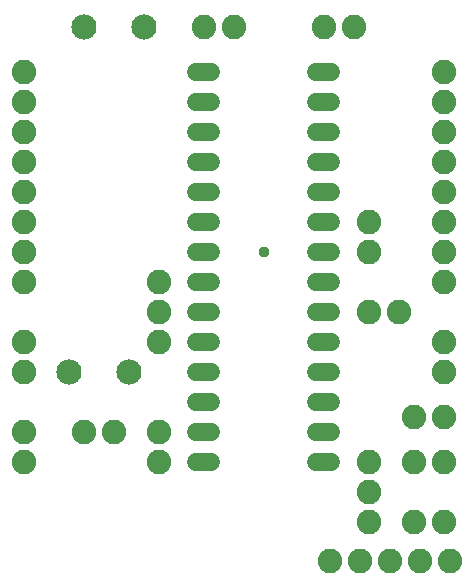
<source format=gbs>
G75*
%MOIN*%
%OFA0B0*%
%FSLAX25Y25*%
%IPPOS*%
%LPD*%
%AMOC8*
5,1,8,0,0,1.08239X$1,22.5*
%
%ADD10C,0.08200*%
%ADD11C,0.06000*%
%ADD12C,0.08400*%
%ADD13C,0.03778*%
D10*
X0009333Y0047275D03*
X0009333Y0057275D03*
X0009333Y0077275D03*
X0009333Y0087275D03*
X0009333Y0107275D03*
X0009333Y0117275D03*
X0009333Y0127275D03*
X0009333Y0137275D03*
X0009333Y0147275D03*
X0009333Y0157275D03*
X0009333Y0167275D03*
X0009333Y0177275D03*
X0054333Y0107275D03*
X0054333Y0097275D03*
X0054333Y0087275D03*
X0054333Y0057275D03*
X0054333Y0047275D03*
X0039333Y0057275D03*
X0029333Y0057275D03*
X0111333Y0014275D03*
X0121333Y0014275D03*
X0131333Y0014275D03*
X0141333Y0014275D03*
X0151333Y0014275D03*
X0149333Y0027275D03*
X0139333Y0027275D03*
X0124333Y0027275D03*
X0124333Y0037275D03*
X0124333Y0047275D03*
X0139333Y0047275D03*
X0149333Y0047275D03*
X0149333Y0062275D03*
X0139333Y0062275D03*
X0149333Y0077275D03*
X0149333Y0087275D03*
X0134333Y0097275D03*
X0124333Y0097275D03*
X0124333Y0117275D03*
X0124333Y0127275D03*
X0149333Y0127275D03*
X0149333Y0117275D03*
X0149333Y0107275D03*
X0149333Y0137275D03*
X0149333Y0147275D03*
X0149333Y0157275D03*
X0149333Y0167275D03*
X0149333Y0177275D03*
X0119333Y0192275D03*
X0109333Y0192275D03*
X0079333Y0192275D03*
X0069333Y0192275D03*
D11*
X0066733Y0177275D02*
X0071933Y0177275D01*
X0071933Y0167275D02*
X0066733Y0167275D01*
X0066733Y0157275D02*
X0071933Y0157275D01*
X0071933Y0147275D02*
X0066733Y0147275D01*
X0066733Y0137275D02*
X0071933Y0137275D01*
X0071933Y0127275D02*
X0066733Y0127275D01*
X0066733Y0117275D02*
X0071933Y0117275D01*
X0071933Y0107275D02*
X0066733Y0107275D01*
X0066733Y0097275D02*
X0071933Y0097275D01*
X0071933Y0087275D02*
X0066733Y0087275D01*
X0066733Y0077275D02*
X0071933Y0077275D01*
X0071933Y0067275D02*
X0066733Y0067275D01*
X0066733Y0057275D02*
X0071933Y0057275D01*
X0071933Y0047275D02*
X0066733Y0047275D01*
X0106733Y0047275D02*
X0111933Y0047275D01*
X0111933Y0057275D02*
X0106733Y0057275D01*
X0106733Y0067275D02*
X0111933Y0067275D01*
X0111933Y0077275D02*
X0106733Y0077275D01*
X0106733Y0087275D02*
X0111933Y0087275D01*
X0111933Y0097275D02*
X0106733Y0097275D01*
X0106733Y0107275D02*
X0111933Y0107275D01*
X0111933Y0117275D02*
X0106733Y0117275D01*
X0106733Y0127275D02*
X0111933Y0127275D01*
X0111933Y0137275D02*
X0106733Y0137275D01*
X0106733Y0147275D02*
X0111933Y0147275D01*
X0111933Y0157275D02*
X0106733Y0157275D01*
X0106733Y0167275D02*
X0111933Y0167275D01*
X0111933Y0177275D02*
X0106733Y0177275D01*
D12*
X0049333Y0192275D03*
X0029333Y0192275D03*
X0024333Y0077275D03*
X0044333Y0077275D03*
D13*
X0089333Y0117275D03*
M02*

</source>
